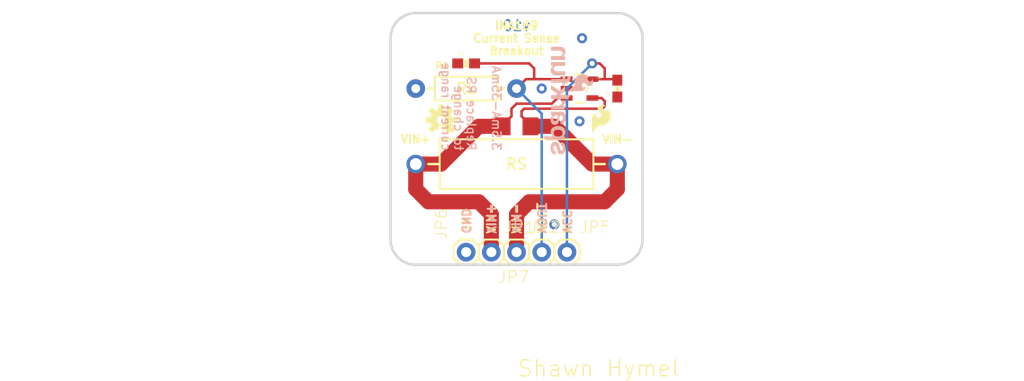
<source format=kicad_pcb>
(kicad_pcb (version 20211014) (generator pcbnew)
  (layers (0 "F.Cu" signal) (31 "B.Cu" signal) (34 "B.Paste" user) (35 "F.Paste" user) (36 "B.SilkS" user "B.Silkscreen") (37 "F.SilkS" user "F.Silkscreen") (38 "B.Mask" user) (39 "F.Mask" user) (44 "Edge.Cuts" user))
  (net 0 "")
  (net 1 "VIN+")
  (net 2 "VIN-")
  (net 3 "VOUT")
  (net 4 "GND")
  (net 5 "VCC")
  (footprint "boardEagle:CREATIVE_COMMONS" (layer "F.Cu") (at 116.7511 129.1336)
    (fp_text reference "FRAME1" hide)
    (fp_text value "FRAME-LETTER" hide)
  )
  (footprint "boardEagle:0603-RES" (layer "F.Cu") (at 143.4211 97.3836)
    (fp_text reference "R2" (at -0.889 -0.762) (layer "F.SilkS") (effects (font (size 0.373888 0.373888) (thickness 0.032512)) (justify left bottom)))
    (fp_text value "10k")
    (fp_poly (pts (xy -0.2286 0.381) (xy 0.2286 0.381) (xy 0.2286 -0.381) (xy -0.2286 -0.381)) (layer "F.SilkS") (width 0) (fill solid))
    (pad "1" smd rect (at -0.85 0) (size 1.1 1) (layers "F.Cu" "F.Paste" "F.Mask") (net 4 "GND"))
    (pad "2" smd rect (at 0.85 0) (size 1.1 1) (layers "F.Cu" "F.Paste" "F.Mask") (net 3 "VOUT"))
  )
  (footprint "boardEagle:OSHW-LOGO-S" (layer "F.Cu") (at 140.8811 103.0986)
    (fp_text reference "LOGO2" hide)
    (fp_text value "OSHW-LOGOS" hide)
    (fp_poly (pts (xy 0.301647 -1.061351) (xy 0.42347 -1.022344) (xy 0.537177 -0.963769) (xy 0.92862 -1.282946) (xy 1.282946 -0.92862) (xy 0.961035 -0.533823) (xy 1.057046 -0.302084) (xy 1.5638 -0.250561) (xy 1.5638 0.250561) (xy 1.057046 0.302084) (xy 0.961035 0.533823) (xy 1.282946 0.92862) (xy 0.92862 1.282946) (xy 0.537177 0.96377) (xy 0.356601 1.056794) (xy 0.088679 0.410073) (xy 0.326262 0.2176) (xy 0.373649 0.121468) (xy 0.392729 0.010339) (xy 0.379464 -0.101634) (xy 0.334947 -0.205229) (xy 0.262842 -0.291918) (xy 0.169087 -0.354561) (xy 0.061406 -0.387999) (xy -0.051342 -0.38948) (xy -0.159868 -0.358881) (xy -0.255234 -0.298724) (xy -0.329589 -0.213962) (xy -0.376813 -0.111569) (xy -0.392176 -0.005767) (xy -0.322923 0.222565) (xy -0.249312 0.303773) (xy 0.091677 0.5081) (xy -0.12929 0.5081) (xy -0.355332 1.053732) (xy -0.506597 0.983577) (xy -0.538922 0.965192) (xy -0.92862 1.282946) (xy -1.282946 0.92862) (xy -0.961035 0.533823) (xy -1.057046 0.302084) (xy -1.5638 0.250561) (xy -1.5638 -0.250561) (xy -1.057046 -0.302084) (xy -0.961035 -0.533823) (xy -1.282946 -0.92862) (xy -0.92862 -1.282946) (xy -0.533823 -0.961035) (xy -0.302084 -1.057046) (xy -0.250561 -1.5638) (xy 0.250561 -1.5638)) (layer "F.SilkS") (width 0) (fill solid))
  )
  (footprint "boardEagle:1X01" (layer "F.Cu") (at 148.5011 116.4336)
    (fp_text reference "JP2" (at 1.1938 -1.8288) (layer "F.SilkS") (effects (font (size 1.1684 1.1684) (thickness 0.1016)) (justify left bottom)))
    (fp_text value "M01PTH")
    (fp_line (start -0.635 1.27) (end 0.635 1.27) (layer "F.SilkS") (width 0.2032))
    (fp_line (start -1.27 0.635) (end -0.635 1.27) (layer "F.SilkS") (width 0.2032))
    (fp_line (start 1.27 -0.635) (end 0.635 -1.27) (layer "F.SilkS") (width 0.2032))
    (fp_line (start -1.27 -0.635) (end -1.27 0.635) (layer "F.SilkS") (width 0.2032))
    (fp_line (start 0.635 -1.27) (end -0.635 -1.27) (layer "F.SilkS") (width 0.2032))
    (fp_line (start 0.635 1.27) (end 1.27 0.635) (layer "F.SilkS") (width 0.2032))
    (fp_line (start -0.635 -1.27) (end -1.27 -0.635) (layer "F.SilkS") (width 0.2032))
    (fp_line (start 1.27 0.635) (end 1.27 -0.635) (layer "F.SilkS") (width 0.2032))
    (pad "1" thru_hole circle (at 0 0 90) (size 1.8796 1.8796) (drill 1.016) (layers *.Cu *.Mask) (net 2 "VIN-"))
  )
  (footprint "boardEagle:1X01" (layer "F.Cu") (at 143.4211 116.4336 90)
    (fp_text reference "JP6" (at 1.1938 -1.8288 90) (layer "F.SilkS") (effects (font (size 1.1684 1.1684) (thickness 0.1016)) (justify left bottom)))
    (fp_text value "M01PTH")
    (fp_line (start 1.27 0.635) (end 1.27 -0.635) (layer "F.SilkS") (width 0.2032))
    (fp_line (start -0.635 -1.27) (end -1.27 -0.635) (layer "F.SilkS") (width 0.2032))
    (fp_line (start 1.27 -0.635) (end 0.635 -1.27) (layer "F.SilkS") (width 0.2032))
    (fp_line (start -0.635 1.27) (end 0.635 1.27) (layer "F.SilkS") (width 0.2032))
    (fp_line (start -1.27 -0.635) (end -1.27 0.635) (layer "F.SilkS") (width 0.2032))
    (fp_line (start -1.27 0.635) (end -0.635 1.27) (layer "F.SilkS") (width 0.2032))
    (fp_line (start 0.635 -1.27) (end -0.635 -1.27) (layer "F.SilkS") (width 0.2032))
    (fp_line (start 0.635 1.27) (end 1.27 0.635) (layer "F.SilkS") (width 0.2032))
    (pad "1" thru_hole circle (at 0 0 180) (size 1.8796 1.8796) (drill 1.016) (layers *.Cu *.Mask) (net 4 "GND"))
  )
  (footprint "boardEagle:AXIAL-0.8" (layer "F.Cu") (at 148.5011 107.5436)
    (fp_text reference "R3" (at -7.62 -3.175) (layer "F.SilkS") (effects (font (size 0.69088 0.69088) (thickness 0.12192)) (justify left bottom)))
    (fp_text value "" (at -5.969 0.381) (layer "F.SilkS") (effects (font (size 0.69088 0.69088) (thickness 0.12192)) (justify left bottom)))
    (fp_line (start -7.75 2.5) (end -7.75 -2.5) (layer "F.SilkS") (width 0.2032))
    (fp_line (start -7.75 -2.5) (end 7.75 -2.5) (layer "F.SilkS") (width 0.2032))
    (fp_line (start 7.75 2.5) (end -7.75 2.5) (layer "F.SilkS") (width 0.2032))
    (fp_line (start 7.75 -2.5) (end 7.75 2.5) (layer "F.SilkS") (width 0.2032))
    (pad "P$1" thru_hole circle (at -10.16 0) (size 1.8796 1.8796) (drill 1.2) (layers *.Cu *.Mask) (net 1 "VIN+"))
    (pad "P$2" thru_hole circle (at 10.16 0) (size 1.8796 1.8796) (drill 1.2) (layers *.Cu *.Mask) (net 2 "VIN-"))
  )
  (footprint "boardEagle:1X01" (layer "F.Cu") (at 145.9611 116.4336)
    (fp_text reference "JP1" (at 1.1938 -1.8288) (layer "F.SilkS") (effects (font (size 1.1684 1.1684) (thickness 0.1016)) (justify left bottom)))
    (fp_text value "M01PTH")
    (fp_line (start 0.635 1.27) (end 1.27 0.635) (layer "F.SilkS") (width 0.2032))
    (fp_line (start 1.27 0.635) (end 1.27 -0.635) (layer "F.SilkS") (width 0.2032))
    (fp_line (start -0.635 1.27) (end 0.635 1.27) (layer "F.SilkS") (width 0.2032))
    (fp_line (start 0.635 -1.27) (end -0.635 -1.27) (layer "F.SilkS") (width 0.2032))
    (fp_line (start -0.635 -1.27) (end -1.27 -0.635) (layer "F.SilkS") (width 0.2032))
    (fp_line (start -1.27 0.635) (end -0.635 1.27) (layer "F.SilkS") (width 0.2032))
    (fp_line (start 1.27 -0.635) (end 0.635 -1.27) (layer "F.SilkS") (width 0.2032))
    (fp_line (start -1.27 -0.635) (end -1.27 0.635) (layer "F.SilkS") (width 0.2032))
    (pad "1" thru_hole circle (at 0 0 90) (size 1.8796 1.8796) (drill 1.016) (layers *.Cu *.Mask) (net 1 "VIN+"))
  )
  (footprint "boardEagle:STAND-OFF" (layer "F.Cu") (at 138.3411 115.1636)
    (fp_text reference "STANDOFF4" hide)
    (fp_text value "STAND-OFF" hide)
    (pad "" np_thru_hole circle (at 0 0) (size 3.302 3.302) (drill 3.302) (layers *.Cu *.Mask))
  )
  (footprint "boardEagle:1X01" (layer "F.Cu") (at 153.5811 116.4336)
    (fp_text reference "JP5" (at 1.1938 -1.8288) (layer "F.SilkS") (effects (font (size 1.1684 1.1684) (thickness 0.1016)) (justify left bottom)))
    (fp_text value "M01PTH")
    (fp_line (start 0.635 -1.27) (end -0.635 -1.27) (layer "F.SilkS") (width 0.2032))
    (fp_line (start 1.27 0.635) (end 1.27 -0.635) (layer "F.SilkS") (width 0.2032))
    (fp_line (start -1.27 -0.635) (end -1.27 0.635) (layer "F.SilkS") (width 0.2032))
    (fp_line (start 0.635 1.27) (end 1.27 0.635) (layer "F.SilkS") (width 0.2032))
    (fp_line (start 1.27 -0.635) (end 0.635 -1.27) (layer "F.SilkS") (width 0.2032))
    (fp_line (start -1.27 0.635) (end -0.635 1.27) (layer "F.SilkS") (width 0.2032))
    (fp_line (start -0.635 1.27) (end 0.635 1.27) (layer "F.SilkS") (width 0.2032))
    (fp_line (start -0.635 -1.27) (end -1.27 -0.635) (layer "F.SilkS") (width 0.2032))
    (pad "1" thru_hole circle (at 0 0 90) (size 1.8796 1.8796) (drill 1.016) (layers *.Cu *.Mask) (net 5 "VCC"))
  )
  (footprint "boardEagle:AXIAL-0.4" (layer "F.Cu") (at 143.4211 99.9236)
    (fp_text reference "R4" (at -3.175 -1.905) (layer "F.SilkS") (effects (font (size 0.69088 0.69088) (thickness 0.12192)) (justify left bottom)))
    (fp_text value "" (at -2.286 0.381) (layer "F.SilkS") (effects (font (size 0.69088 0.69088) (thickness 0.12192)) (justify left bottom)))
    (fp_line (start 3.15 1.2) (end -3.15 1.2) (layer "F.SilkS") (width 0.2032))
    (fp_line (start -3.15 -1.2) (end 3.15 -1.2) (layer "F.SilkS") (width 0.2032))
    (fp_line (start 3.15 -1.2) (end 3.15 1.2) (layer "F.SilkS") (width 0.2032))
    (fp_line (start -3.15 1.2) (end -3.15 -1.2) (layer "F.SilkS") (width 0.2032))
    (pad "P$1" thru_hole circle (at -5.08 0) (size 1.8796 1.8796) (drill 0.9) (layers *.Cu *.Mask) (net 4 "GND"))
    (pad "P$2" thru_hole circle (at 5.08 0) (size 1.8796 1.8796) (drill 0.9) (layers *.Cu *.Mask) (net 3 "VOUT"))
  )
  (footprint "boardEagle:1206" (layer "F.Cu") (at 148.5011 103.7336)
    (fp_text reference "R1" (at -1.27 -1.143) (layer "F.SilkS") (effects (font (size 0.373888 0.373888) (thickness 0.032512)) (justify left bottom)))
    (fp_text value "10")
    (pad "1" smd rect (at -1.4 0) (size 1.6 1.8) (layers "F.Cu" "F.Paste" "F.Mask") (net 1 "VIN+"))
    (pad "2" smd rect (at 1.4 0) (size 1.6 1.8) (layers "F.Cu" "F.Paste" "F.Mask") (net 2 "VIN-"))
  )
  (footprint "boardEagle:SFE-LOGO-FLAME" (layer "F.Cu") (at 156.1211 104.3686)
    (fp_text reference "LOGO3" hide)
    (fp_text value "LOGO-SFESK" hide)
    (fp_poly (pts (xy 1.126002 -2.808203) (xy 1.215449 -2.785829) (xy 1.228477 -2.780783) (xy 1.240149 -2.774875) (xy 1.25686 -2.766576) (xy 1.275552 -2.759834) (xy 1.371694 -2.7026) (xy 1.3793 -2.7026) (xy 1.3793 -2.6772) (xy 1.306833 -2.6772) (xy 1.208418 -2.657914) (xy 1.074855 -2.495286) (xy 1.079365 -2.436825) (xy 1.12809 -2.341869) (xy 1.204666 -2.265196) (xy 1.294069 -2.200638) (xy 1.369348 -2.168824) (xy 1.450737 -2.171632) (xy 1.458864 -2.174186) (xy 1.466257 -2.177389) (xy 1.530514 -2.236956) (xy 1.5368 -2.259812) (xy 1.5368 -2.377938) (xy 1.763707 -2.148127) (xy 1.868186 -1.856841) (xy 1.871603 -1.856894) (xy 1.87806 -1.650435) (xy 1.848857 -1.45742) (xy 1.785308 -1.272842) (xy 1.6663 -1.061578) (xy 1.6663 -1.080581) (xy 1.378131 -0.80901) (xy 0.982239 -0.6985) (xy 0.753005 -0.6985) (xy 0.716201 -0.692046) (xy 0.681776 -0.679592) (xy 0.496322 -0.541784) (xy -0.0126 0.03091) (xy -0.0126 -1.52077) (xy 0.060004 -1.761967) (xy 0.168295 -1.865489) (xy 0.307122 -1.917522) (xy 0.4039 -1.925089) (xy 0.499384 -1.917623) (xy 0.55991 -1.908099) (xy 0.557788 -1.884433) (xy 0.522216 -1.885242) (xy 0.501784 -1.876141) (xy 0.420519 -1.817154) (xy 0.400722 -1.79067) (xy 0.390395 -1.7285) (xy 0.400905 -1.665229) (xy 0.421405 -1.625174) (xy 0.452343 -1.592685) (xy 0.546535 -1.54355) (xy 0.652229 -1.531742) (xy 0.742768 -1.550084) (xy 0.82422 -1.589656) (xy 0.92203 -1.754659) (xy 0.907706 -1.848844) (xy 0.850914 -1.930401) (xy 0.584707 -2.263237) (xy 0.561667 -2.510855) (xy 0.627495 -2.621556) (xy 0.629042 -2.623103) (xy 0.778901 -2.74712) (xy 1.032676 -2.817064)) (layer "F.SilkS") (width 0) (fill solid))
  )
  (footprint "boardEagle:0603-CAP" (layer "F.Cu") (at 158.6611 99.9236 90)
    (fp_text reference "C1" (at -0.889 -0.762 90) (layer "F.SilkS") (effects (font (size 0.373888 0.373888) (thickness 0.032512)) (justify left bottom)))
    (fp_text value "0.1uF")
    (fp_line (start 0 -0.0305) (end 0 0.0305) (layer "F.SilkS") (width 0.5588))
    (pad "1" smd rect (at -0.85 0 90) (size 1.1 1) (layers "F.Cu" "F.Paste" "F.Mask") (net 4 "GND"))
    (pad "2" smd rect (at 0.85 0 90) (size 1.1 1) (layers "F.Cu" "F.Paste" "F.Mask") (net 5 "VCC"))
  )
  (footprint "boardEagle:STAND-OFF" (layer "F.Cu") (at 158.6611 115.1636)
    (fp_text reference "STANDOFF3" hide)
    (fp_text value "STAND-OFF" hide)
    (pad "" np_thru_hole circle (at 0 0) (size 3.302 3.302) (drill 3.302) (layers *.Cu *.Mask))
  )
  (footprint "boardEagle:SOT23-5" (layer "F.Cu") (at 154.8511 99.9236 -90)
    (fp_text reference "U1" (at -0.889 -2.159 -90) (layer "F.SilkS") (effects (font (size 0.373888 0.373888) (thickness 0.032512)) (justify left bottom)))
    (fp_text value "INA169")
    (fp_line (start 1.4224 -0.4294) (end 1.4224 0.4294) (layer "F.SilkS") (width 0.2032))
    (fp_line (start -1.4224 0.4294) (end -1.4224 -0.4294) (layer "F.SilkS") (width 0.2032))
    (fp_line (start -0.2684 -0.8104) (end 0.2684 -0.8104) (layer "F.SilkS") (width 0.2032))
    (pad "1" smd rect (at -0.95 1.3001 270) (size 0.55 1.2) (layers "F.Cu" "F.Paste" "F.Mask") (net 3 "VOUT"))
    (pad "2" smd rect (at 0 1.3001 270) (size 0.55 1.2) (layers "F.Cu" "F.Paste" "F.Mask") (net 4 "GND"))
    (pad "3" smd rect (at 0.95 1.3001 270) (size 0.55 1.2) (layers "F.Cu" "F.Paste" "F.Mask") (net 1 "VIN+"))
    (pad "4" smd rect (at 0.95 -1.3001 270) (size 0.55 1.2) (layers "F.Cu" "F.Paste" "F.Mask") (net 2 "VIN-"))
    (pad "5" smd rect (at -0.95 -1.3001 270) (size 0.55 1.2) (layers "F.Cu" "F.Paste" "F.Mask") (net 5 "VCC"))
  )
  (footprint "boardEagle:STAND-OFF" (layer "F.Cu") (at 138.3411 94.8436)
    (fp_text reference "STANDOFF1" hide)
    (fp_text value "STAND-OFF" hide)
    (pad "" np_thru_hole circle (at 0 0) (size 3.302 3.302) (drill 3.302) (layers *.Cu *.Mask))
  )
  (footprint "boardEagle:STAND-OFF" (layer "F.Cu") (at 158.6611 94.8436)
    (fp_text reference "STANDOFF2" hide)
    (fp_text value "STAND-OFF" hide)
    (pad "" np_thru_hole circle (at 0 0) (size 3.302 3.302) (drill 3.302) (layers *.Cu *.Mask))
  )
  (footprint "boardEagle:1X01" (layer "F.Cu") (at 151.0411 116.4336 180)
    (fp_text reference "JP7" (at 1.1938 -1.8288 180) (layer "F.SilkS") (effects (font (size 1.1684 1.1684) (thickness 0.1016)) (justify right top)))
    (fp_text value "M01PTH")
    (fp_line (start 1.27 -0.635) (end 0.635 -1.27) (layer "F.SilkS") (width 0.2032))
    (fp_line (start -0.635 -1.27) (end -1.27 -0.635) (layer "F.SilkS") (width 0.2032))
    (fp_line (start 0.635 1.27) (end 1.27 0.635) (layer "F.SilkS") (width 0.2032))
    (fp_line (start -1.27 0.635) (end -0.635 1.27) (layer "F.SilkS") (width 0.2032))
    (fp_line (start 0.635 -1.27) (end -0.635 -1.27) (layer "F.SilkS") (width 0.2032))
    (fp_line (start -0.635 1.27) (end 0.635 1.27) (layer "F.SilkS") (width 0.2032))
    (fp_line (start -1.27 -0.635) (end -1.27 0.635) (layer "F.SilkS") (width 0.2032))
    (fp_line (start 1.27 0.635) (end 1.27 -0.635) (layer "F.SilkS") (width 0.2032))
    (pad "1" thru_hole circle (at 0 0 270) (size 1.8796 1.8796) (drill 1.016) (layers *.Cu *.Mask) (net 3 "VOUT"))
  )
  (footprint "boardEagle:SFE_LOGO_NAME_FLAME_.1" (layer "B.Cu") (at 151.0411 107.0356 90)
    (fp_text reference "LOGO1" hide)
    (fp_text value "SFE_LOGO_NAME_FLAME.1_INCH" hide)
    (fp_poly (pts (xy 10.95 2.38) (xy 11.06 2.35) (xy 11.15 2.3) (xy 11.22 2.23) (xy 11.27 2.15) (xy 11.3 2.05) (xy 11.32 1.94) (xy 11.33 1.81) (xy 11.33 0.94) (xy 10.94 0.94) (xy 10.94 1.74) (xy 10.93 1.82) (xy 10.92 1.89) (xy 10.91 1.95) (xy 10.88 2) (xy 10.85 2.04) (xy 10.8 2.07) (xy 10.75 2.08) (xy 10.69 2.09) (xy 10.61 2.08) (xy 10.55 2.07) (xy 10.5 2.04) (xy 10.46 1.99) (xy 10.43 1.94) (xy 10.4 1.87) (xy 10.39 1.78) (xy 10.39 0.94) (xy 10 0.94) (xy 10 2.36) (xy 10.37 2.36) (xy 10.37 2.16) (xy 10.38 2.16) (xy 10.42 2.22) (xy 10.46 2.26) (xy 10.51 2.3) (xy 10.57 2.34) (xy 10.69 2.38) (xy 10.75 2.39) (xy 10.81 2.39)) (layer "B.SilkS") (width 0) (fill solid))
    (fp_poly (pts (xy 4.23 1.58) (xy 4.21 1.57) (xy 4.19 1.57) (xy 4.16 1.56) (xy 4.12 1.56) (xy 4.09 1.55) (xy 4.05 1.55) (xy 4.03 1.54) (xy 4.01 1.54) (xy 3.93 1.75) (xy 4.11 1.77) (xy 4.18 1.78)) (layer "B.SilkS") (width 0) (fill solid))
    (fp_poly (pts (xy 8.37 2.88) (xy 8.37 2.6) (xy 8.2 2.6) (xy 8.16 2.59) (xy 8.12 2.57) (xy 8.1 2.54) (xy 8.09 2.52) (xy 8.09 2.48) (xy 8.08 2.44) (xy 8.08 2.36) (xy 8.35 2.36) (xy 8.35 2.1) (xy 8.08 2.1) (xy 8.08 0.94) (xy 7.7 0.94) (xy 7.7 2.1) (xy 7.31 2.1) (xy 7.35 2.13) (xy 7.51 2.29) (xy 7.55 2.32) (xy 7.58 2.36) (xy 7.7 2.36) (xy 7.7 2.56) (xy 7.73 2.64) (xy 7.76 2.71) (xy 7.81 2.77) (xy 7.88 2.82) (xy 7.96 2.86) (xy 8.06 2.89) (xy 8.35 2.89)) (layer "B.SilkS") (width 0) (fill solid))
    (fp_poly (pts (xy 7.95 5.16) (xy 8.03 5.13) (xy 8.09 5.1) (xy 8.13 5.07) (xy 8.14 5.06) (xy 8.11 5.06) (xy 8.08 5.07) (xy 8.05 5.07) (xy 8.01 5.06) (xy 7.96 5.05) (xy 7.92 5.03) (xy 7.88 5) (xy 7.86 4.97) (xy 7.85 4.94) (xy 7.84 4.92) (xy 7.83 4.89) (xy 7.84 4.86) (xy 7.85 4.82) (xy 7.87 4.79) (xy 7.89 4.75) (xy 7.92 4.72) (xy 7.95 4.7) (xy 7.99 4.67) (xy 8.02 4.65) (xy 8.1 4.61) (xy 8.17 4.61) (xy 8.2 4.62) (xy 8.23 4.64) (xy 8.25 4.7) (xy 8.25 4.78) (xy 8.33 4.74) (xy 8.41 4.65) (xy 8.48 4.53) (xy 8.53 4.39) (xy 8.56 4.23) (xy 8.55 4.05) (xy 8.5 3.87) (xy 8.4 3.69) (xy 8.33 3.6) (xy 8.25 3.52) (xy 8.17 3.45) (xy 8.07 3.39) (xy 7.97 3.35) (xy 7.86 3.32) (xy 7.74 3.3) (xy 7.55 3.3) (xy 7.49 3.29) (xy 7.44 3.26) (xy 7.34 3.18) (xy 7.29 3.12) (xy 7.16 2.99) (xy 7.11 2.92) (xy 7.05 2.86) (xy 7 2.8) (xy 6.95 2.75) (xy 6.92 2.71) (xy 6.89 2.68) (xy 6.87 2.65) (xy 6.86 2.65) (xy 6.86 3.93) (xy 6.88 4.11) (xy 6.9 4.17) (xy 6.93 4.23) (xy 6.96 4.28) (xy 7.01 4.31) (xy 7.05 4.34) (xy 7.15 4.38) (xy 7.21 4.39) (xy 7.29 4.39) (xy 7.33 4.38) (xy 7.35 4.38) (xy 7.37 4.37) (xy 7.36 4.36) (xy 7.32 4.34) (xy 7.29 4.33) (xy 7.25 4.29) (xy 7.23 4.26) (xy 7.22 4.23) (xy 7.22 4.2) (xy 7.23 4.17) (xy 7.25 4.13) (xy 7.28 4.1) (xy 7.31 4.08) (xy 7.36 4.06) (xy 7.41 4.05) (xy 7.49 4.05) (xy 7.57 4.07) (xy 7.63 4.11) (xy 7.67 4.16) (xy 7.69 4.22) (xy 7.69 4.29) (xy 7.66 4.36) (xy 7.59 4.44) (xy 7.51 4.53) (xy 7.44 4.61) (xy 7.39 4.7) (xy 7.37 4.79) (xy 7.37 4.87) (xy 7.4 4.96) (xy 7.45 5.03) (xy 7.54 5.11) (xy 7.65 5.17) (xy 7.76 5.19) (xy 7.86 5.19)) (layer "B.SilkS") (width 0) (fill solid))
    (fp_poly (pts (xy 3.34 1.63) (xy 3.33 1.49) (xy 3.3 1.36) (xy 3.25 1.24) (xy 2.91 1.4) (xy 2.94 1.48) (xy 2.95 1.56) (xy 2.95 1.64)) (layer "B.SilkS") (width 0) (fill solid))
    (fp_poly (pts (xy 4.32 2.38) (xy 4.38 2.38) (xy 4.43 2.37) (xy 4.48 2.35) (xy 4.53 2.34) (xy 4.58 2.32) (xy 4.7 2.23) (xy 4.73 2.19) (xy 4.75 2.15) (xy 4.77 2.1) (xy 4.78 2.05) (xy 4.78 1.18) (xy 4.79 1.16) (xy 4.79 1.07) (xy 4.8 1.05) (xy 4.8 1.03) (xy 4.81 1.01) (xy 4.81 0.98) (xy 4.82 0.96) (xy 4.83 0.95) (xy 4.83 0.94) (xy 4.44 0.94) (xy 4.44 0.95) (xy 4.43 0.96) (xy 4.43 0.97) (xy 4.42 0.98) (xy 4.42 1.01) (xy 4.41 1.02) (xy 4.41 1.08) (xy 4.39 1.05) (xy 4.36 1.03) (xy 4.34 1.01) (xy 4.31 0.99) (xy 4.28 0.98) (xy 4.25 0.96) (xy 4.13 0.92) (xy 4.1 0.92) (xy 4.07 0.91) (xy 4.03 0.91) (xy 4 0.9) (xy 3.89 0.9) (xy 3.84 0.91) (xy 3.79 0.91) (xy 3.75 0.92) (xy 3.7 0.94) (xy 3.66 0.96) (xy 3.63 0.98) (xy 3.59 1) (xy 3.56 1.03) (xy 3.54 1.06) (xy 3.51 1.1) (xy 3.49 1.13) (xy 3.48 1.18) (xy 3.46 1.22) (xy 3.46 1.27) (xy 3.45 1.32) (xy 3.47 1.43) (xy 3.5 1.52) (xy 3.54 1.59) (xy 3.61 1.65) (xy 3.68 1.69) (xy 3.76 1.72) (xy 3.84 1.74) (xy 3.93 1.75) (xy 4.01 1.54) (xy 3.98 1.53) (xy 3.96 1.52) (xy 3.95 1.51) (xy 3.91 1.49) (xy 3.9 1.48) (xy 3.88 1.47) (xy 3.85 1.41) (xy 3.85 1.39) (xy 3.84 1.37) (xy 3.84 1.32) (xy 3.85 1.29) (xy 3.85 1.27) (xy 3.86 1.25) (xy 3.87 1.24) (xy 3.88 1.22) (xy 3.9 1.21) (xy 3.91 1.2) (xy 3.95 1.18) (xy 3.97 1.18) (xy 3.99 1.17) (xy 4.01 1.17) (xy 4.03 1.16) (xy 4.08 1.16) (xy 4.13 1.17) (xy 4.18 1.17) (xy 4.22 1.19) (xy 4.26 1.2) (xy 4.29 1.22) (xy 4.31 1.24) (xy 4.33 1.27) (xy 4.35 1.29) (xy 4.37 1.35) (xy 4.38 1.37) (xy 4.39 1.4) (xy 4.39 1.63) (xy 4.37 1.61) (xy 4.35 1.61) (xy 4.31 1.59) (xy 4.29 1.59) (xy 4.27 1.58) (xy 4.23 1.58) (xy 4.18 1.78) (xy 4.25 1.8) (xy 4.31 1.82) (xy 4.36 1.85) (xy 4.39 1.89) (xy 4.39 2) (xy 4.36 2.06) (xy 4.35 2.07) (xy 4.34 2.09) (xy 4.28 2.12) (xy 4.26 2.12) (xy 4.24 2.13) (xy 4.06 2.13) (xy 3.96 2.08) (xy 3.92 2.04) (xy 3.91 2.02) (xy 3.9 1.99) (xy 3.89 1.97) (xy 3.89 1.92) (xy 3.5 1.92) (xy 3.52 2.04) (xy 3.54 2.1) (xy 3.57 2.14) (xy 3.6 2.19) (xy 3.63 2.23) (xy 3.67 2.26) (xy 3.77 2.32) (xy 3.82 2.34) (xy 3.87 2.35) (xy 3.93 2.37) (xy 3.99 2.38) (xy 4.04 2.39) (xy 4.27 2.39)) (layer "B.SilkS") (width 0) (fill solid))
    (fp_poly (pts (xy 6.45 1.85) (xy 6.94 2.36) (xy 7.4 2.36) (xy 6.87 1.84) (xy 7.46 0.94) (xy 6.99 0.94) (xy 6.6 1.57) (xy 6.45 1.43) (xy 6.45 0.94) (xy 6.06 0.94) (xy 6.06 2.68) (xy 6.45 2.89)) (layer "B.SilkS") (width 0) (fill solid))
    (fp_poly (pts (xy 2.85 2.38) (xy 2.99 2.33) (xy 3.1 2.26) (xy 3.19 2.16) (xy 3.26 2.05) (xy 3.3 1.92) (xy 3.33 1.78) (xy 3.34 1.63) (xy 2.95 1.64) (xy 2.95 1.73) (xy 2.94 1.81) (xy 2.91 1.89) (xy 2.88 1.96) (xy 2.83 2.02) (xy 2.77 2.06) (xy 2.7 2.09) (xy 2.61 2.1) (xy 2.53 2.09) (xy 2.45 2.06) (xy 2.4 2.02) (xy 2.35 1.96) (xy 2.32 1.89) (xy 2.29 1.81) (xy 2.28 1.73) (xy 2.28 1.56) (xy 2.32 1.4) (xy 2.35 1.33) (xy 2.4 1.28) (xy 2.46 1.23) (xy 2.53 1.21) (xy 2.62 1.2) (xy 2.7 1.21) (xy 2.78 1.23) (xy 2.84 1.28) (xy 2.88 1.33) (xy 2.91 1.4) (xy 3.25 1.24) (xy 3.19 1.13) (xy 3.1 1.04) (xy 2.99 0.96) (xy 2.87 0.92) (xy 2.72 0.9) (xy 2.54 0.93) (xy 2.48 0.96) (xy 2.38 1.02) (xy 2.3 1.12) (xy 2.29 1.12) (xy 2.29 0.1) (xy 2.2 0.19) (xy 2.05 0.31) (xy 1.96 0.4) (xy 1.91 0.44) (xy 1.91 2.29) (xy 1.95 2.3) (xy 2 2.31) (xy 2.05 2.31) (xy 2.09 2.32) (xy 2.14 2.33) (xy 2.18 2.34) (xy 2.28 2.36) (xy 2.28 2.18) (xy 2.32 2.23) (xy 2.36 2.27) (xy 2.41 2.31) (xy 2.51 2.37) (xy 2.63 2.39) (xy 2.7 2.39)) (layer "B.SilkS") (width 0) (fill solid))
    (fp_poly (pts (xy 5.9 2.38) (xy 5.91 2.38) (xy 5.91 2.02) (xy 5.9 2.02) (xy 5.88 2.03) (xy 5.77 2.03) (xy 5.67 2.02) (xy 5.59 2) (xy 5.52 1.96) (xy 5.47 1.9) (xy 5.43 1.83) (xy 5.41 1.76) (xy 5.39 1.67) (xy 5.39 0.94) (xy 5 0.94) (xy 5 2.29) (xy 5.05 2.3) (xy 5.09 2.31) (xy 5.14 2.31) (xy 5.19 2.32) (xy 5.23 2.33) (xy 5.33 2.35) (xy 5.37 2.36) (xy 5.37 2.09) (xy 5.41 2.16) (xy 5.45 2.21) (xy 5.5 2.27) (xy 5.55 2.31) (xy 5.62 2.35) (xy 5.68 2.37) (xy 5.75 2.39) (xy 5.89 2.39)) (layer "B.SilkS") (width 0) (fill solid))
    (fp_poly (pts (xy 8.85 1.56) (xy 8.87 1.4) (xy 8.88 1.34) (xy 8.94 1.26) (xy 8.99 1.23) (xy 9.04 1.22) (xy 9.1 1.21) (xy 9.18 1.22) (xy 9.24 1.23) (xy 9.29 1.26) (xy 9.33 1.3) (xy 9.36 1.36) (xy 9.39 1.43) (xy 9.4 1.51) (xy 9.4 2.36) (xy 9.79 2.36) (xy 9.79 0.94) (xy 9.42 0.94) (xy 9.42 1.14) (xy 9.41 1.14) (xy 9.37 1.08) (xy 9.33 1.03) (xy 9.28 0.99) (xy 9.22 0.96) (xy 9.17 0.94) (xy 9.11 0.92) (xy 9.04 0.91) (xy 8.98 0.9) (xy 8.84 0.91) (xy 8.73 0.95) (xy 8.64 1) (xy 8.57 1.06) (xy 8.52 1.15) (xy 8.49 1.25) (xy 8.47 1.36) (xy 8.47 2.36) (xy 8.85 2.36)) (layer "B.SilkS") (width 0) (fill solid))
    (fp_poly (pts (xy 1.31 2.37) (xy 1.41 2.34) (xy 1.5 2.3) (xy 1.58 2.24) (xy 1.64 2.16) (xy 1.69 2.06) (xy 1.71 1.94) (xy 1.34 1.94) (xy 1.33 1.99) (xy 1.31 2.04) (xy 1.29 2.07) (xy 1.26 2.09) (xy 1.22 2.11) (xy 1.17 2.13) (xy 1 2.13) (xy 0.97 2.12) (xy 0.93 2.11) (xy 0.9 2.1) (xy 0.86 2.04) (xy 0.86 2) (xy 0.87 1.96) (xy 0.9 1.92) (xy 0.94 1.89) (xy 1 1.86) (xy 1.06 1.84) (xy 1.14 1.83) (xy 1.38 1.77) (xy 1.47 1.75) (xy 1.61 1.67) (xy 1.67 1.62) (xy 1.71 1.56) (xy 1.74 1.49) (xy 1.75 1.4) (xy 1.73 1.27) (xy 1.69 1.16) (xy 1.63 1.08) (xy 1.55 1.01) (xy 1.45 0.96) (xy 1.34 0.93) (xy 1.22 0.91) (xy 1.1 0.9) (xy 0.98 0.91) (xy 0.86 0.93) (xy 0.75 0.96) (xy 0.65 1.01) (xy 0.57 1.08) (xy 0.5 1.17) (xy 0.46 1.27) (xy 0.44 1.4) (xy 0.81 1.4) (xy 0.81 1.34) (xy 0.83 1.29) (xy 0.86 1.25) (xy 0.94 1.19) (xy 1 1.18) (xy 1.05 1.17) (xy 1.11 1.16) (xy 1.15 1.17) (xy 1.19 1.17) (xy 1.23 1.18) (xy 1.27 1.2) (xy 1.31 1.23) (xy 1.34 1.26) (xy 1.36 1.34) (xy 1.35 1.38) (xy 1.33 1.42) (xy 1.29 1.45) (xy 1.24 1.48) (xy 1.18 1.5) (xy 1.02 1.54) (xy 0.92 1.56) (xy 0.83 1.58) (xy 0.75 1.61) (xy 0.68 1.64) (xy 0.61 1.68) (xy 0.55 1.72) (xy 0.51 1.78) (xy 0.48 1.85) (xy 0.47 1.94) (xy 0.48 2.06) (xy 0.52 2.16) (xy 0.59 2.24) (xy 0.66 2.3) (xy 0.76 2.35) (xy 0.86 2.37) (xy 0.97 2.39) (xy 1.2 2.39)) (layer "B.SilkS") (width 0) (fill solid))
  )
  (gr_line (start 139.6111 107.5436) (end 140.7033 107.5436) (layer "F.SilkS") (width 0.254))
  (gr_line (start 157.3911 107.5436) (end 156.2989 107.5436) (layer "F.SilkS") (width 0.254))
  (gr_line (start 147.2311 99.9236) (end 146.6215 99.9236) (layer "F.SilkS") (width 0.254))
  (gr_line (start 139.6111 99.9236) (end 140.2207 99.9236) (layer "F.SilkS") (width 0.254))
  (gr_arc (start 138.3411 117.7036) (mid 136.545049 116.959651) (end 135.8011 115.1636) (layer "Edge.Cuts") (width 0.254))
  (gr_line (start 161.2011 115.1636) (end 161.2011 94.8436) (layer "Edge.Cuts") (width 0.254))
  (gr_line (start 158.6611 92.3036) (end 138.3411 92.3036) (layer "Edge.Cuts") (width 0.254))
  (gr_arc (start 161.2011 115.1636) (mid 160.457151 116.959651) (end 158.6611 117.7036) (layer "Edge.Cuts") (width 0.254))
  (gr_arc (start 158.6611 92.3036) (mid 160.457151 93.047549) (end 161.2011 94.8436) (layer "Edge.Cuts") (width 0.254))
  (gr_line (start 135.8011 94.8436) (end 135.8011 115.1636) (layer "Edge.Cuts") (width 0.254))
  (gr_arc (start 135.8011 94.8436) (mid 136.545049 93.047549) (end 138.3411 92.3036) (layer "Edge.Cuts") (width 0.254))
  (gr_line (start 138.3411 117.7036) (end 158.6611 117.7036) (layer "Edge.Cuts") (width 0.254))
  (gr_text "v10" (at 148.5011 93.5736) (layer "B.Cu") (effects (font (size 1.03632 1.03632) (thickness 0.18288)) (justify mirror)))
  (gr_text "current range" (at 140.8811 106.2736 -90) (layer "B.SilkS") (effects (font (size 0.8636 0.8636) (thickness 0.1524)) (justify left bottom mirror)))
  (gr_text "GND" (at 143.4211 114.6556 -90) (layer "B.SilkS") (effects (font (size 0.82296 0.82296) (thickness 0.19304)) (justify left mirror)))
  (gr_text "VIN-" (at 148.5011 114.6556 -90) (layer "B.SilkS") (effects (font (size 0.82296 0.82296) (thickness 0.19304)) (justify left mirror)))
  (gr_text "VIN+" (at 145.9611 114.6556 -90) (layer "B.SilkS") (effects (font (size 0.82296 0.82296) (thickness 0.19304)) (justify left mirror)))
  (gr_text "VCC" (at 153.5811 114.6556 -90) (layer "B.SilkS") (effects (font (size 0.82296 0.82296) (thickness 0.19304)) (justify left mirror)))
  (gr_text "Replace RS" (at 143.4211 106.2736 -90) (layer "B.SilkS") (effects (font (size 0.8636 0.8636) (thickness 0.1524)) (justify left bottom mirror)))
  (gr_text "3.5mA-35mA" (at 145.9611 106.2736 -90) (layer "B.SilkS") (effects (font (size 0.8636 0.8636) (thickness 0.1524)) (justify left bottom mirror)))
  (gr_text "VOUT" (at 151.0411 114.6556 -90) (layer "B.SilkS") (effects (font (size 0.82296 0.82296) (thickness 0.19304)) (justify left mirror)))
  (gr_text "to change" (at 142.1511 106.2736 -90) (layer "B.SilkS") (effects (font (size 0.8636 0.8636) (thickness 0.1524)) (justify left bottom mirror)))
  (gr_text "VIN+" (at 145.9611 114.6556 90) (layer "F.SilkS") (effects (font (size 0.82296 0.82296) (thickness 0.19304)) (justify left)))
  (gr_text "VIN-" (at 148.5011 114.6556 90) (layer "F.SilkS") (effects (font (size 0.82296 0.82296) (thickness 0.19304)) (justify left)))
  (gr_text "Shawn Hymel" (at 148.5011 129.1336) (layer "F.SilkS") (effects (font (size 1.63576 1.63576) (thickness 0.14224)) (justify left bottom)))
  (gr_text "RS" (at 148.5011 107.5436) (layer "F.SilkS") (effects (font (size 1.0795 1.0795) (thickness 0.1905))))
  (gr_text "VOUT" (at 151.0411 114.6556 90) (layer "F.SilkS") (effects (font (size 0.82296 0.82296) (thickness 0.19304)) (justify left)))
  (gr_text "INA169" (at 148.5011 93.5736) (layer "F.SilkS") (effects (font (size 0.82296 0.82296) (thickness 0.19304))))
  (gr_text "Current Sense" (at 148.5011 94.8436) (layer "F.SilkS") (effects (font (size 0.82296 0.82296) (thickness 0.19304))))
  (gr_text "VIN-" (at 158.6611 105.5116) (layer "F.SilkS") (effects (font (size 0.82296 0.82296) (thickness 0.19304)) (justify bottom)))
  (gr_text "RL" (at 143.4211 99.9236) (layer "F.SilkS") (effects (font (size 1.0795 1.0795) (thickness 0.1905))))
  (gr_text "VIN+" (at 138.3411 105.5116) (layer "F.SilkS") (effects (font (size 0.82296 0.82296) (thickness 0.19304)) (justify bottom)))
  (gr_text "VCC" (at 153.5811 114.6556 90) (layer "F.SilkS") (effects (font (size 0.82296 0.82296) (thickness 0.19304)) (justify left)))
  (gr_text "Breakout" (at 148.5011 96.1136) (layer "F.SilkS") (effects (font (size 0.82296 0.82296) (thickness 0.19304))))
  (gr_text "GND" (at 143.4211 114.6556 90) (layer "F.SilkS") (effects (font (size 0.82296 0.82296) (thickness 0.19304)) (justify left)))
  (segment (start 144.6911 111.3536) (end 139.6111 111.3536) (width 1.524) (layer "F.Cu") (net 1))
  (segment (start 148.5011 101.4476) (end 152.0571 101.4476) (width 0.254) (layer "F.Cu") (net 1))
  (segment (start 147.1011 103.7336) (end 147.1011 103.6096) (width 0.254) (layer "F.Cu") (net 1))
  (segment (start 146.7231 103.7336) (end 147.1011 103.7336) (width 0.254) (layer "F.Cu") (net 1))
  (segment (start 147.9931 102.7176) (end 147.9931 101.9556) (width 0.254) (layer "F.Cu") (net 1))
  (segment (start 147.1011 103.6096) (end 147.9931 102.7176) (width 0.254) (layer "F.Cu") (net 1))
  (segment (start 152.6311 100.8736) (end 152.0571 101.4476) (width 0.254) (layer "F.Cu") (net 1))
  (segment (start 145.9611 116.4336) (end 145.9611 112.6236) (width 1.524) (layer "F.Cu") (net 1))
  (segment (start 153.551 100.8736) (end 152.6311 100.8736) (width 0.254) (layer "F.Cu") (net 1))
  (segment (start 145.9611 112.6236) (end 144.6911 111.3536) (width 1.524) (layer "F.Cu") (net 1))
  (segment (start 140.8811 107.5436) (end 144.6911 103.7336) (width 1.524) (layer "F.Cu") (net 1))
  (segment (start 147.9931 101.9556) (end 148.5011 101.4476) (width 0.254) (layer "F.Cu") (net 1))
  (segment (start 138.3411 110.0836) (end 138.3411 107.5436) (width 1.524) (layer "F.Cu") (net 1))
  (segment (start 139.6111 111.3536) (end 138.3411 110.0836) (width 1.524) (layer "F.Cu") (net 1))
  (segment (start 138.3411 107.5436) (end 140.8811 107.5436) (width 1.524) (layer "F.Cu") (net 1))
  (segment (start 144.6911 103.7336) (end 146.7231 103.7336) (width 1.524) (layer "F.Cu") (net 1))
  (segment (start 157.0711 100.8736) (end 157.3911 101.1936) (width 0.254) (layer "F.Cu") (net 2))
  (segment (start 149.9011 103.6096) (end 149.0091 102.7176) (width 0.254) (layer "F.Cu") (net 2))
  (segment (start 157.3911 111.3536) (end 158.6611 110.0836) (width 1.524) (layer "F.Cu") (net 2))
  (segment (start 149.0091 102.7176) (end 149.0091 102.2096) (width 0.254) (layer "F.Cu") (net 2))
  (segment (start 149.0091 102.2096) (end 149.2631 101.9556) (width 0.254) (layer "F.Cu") (net 2))
  (segment (start 152.3111 103.7336) (end 149.9011 103.7336) (width 1.524) (layer "F.Cu") (net 2))
  (segment (start 158.6611 107.5436) (end 156.1211 107.5436) (width 1.524) (layer "F.Cu") (net 2))
  (segment (start 156.1211 107.5436) (end 152.3111 103.7336) (width 1.524) (layer "F.Cu") (net 2))
  (segment (start 157.1371 101.9556) (end 157.3911 101.7016) (width 0.254) (layer "F.Cu") (net 2))
  (segment (start 156.1512 100.8736) (end 157.0711 100.8736) (width 0.254) (layer "F.Cu") (net 2))
  (segment (start 148.5011 112.6236) (end 149.7711 111.3536) (width 1.524) (layer "F.Cu") (net 2))
  (segment (start 158.6611 110.0836) (end 158.6611 107.5436) (width 1.524) (layer "F.Cu") (net 2))
  (segment (start 148.5011 116.4336) (end 148.5011 112.6236) (width 1.524) (layer "F.Cu") (net 2))
  (segment (start 157.3911 101.1936) (end 157.3911 101.7016) (width 0.254) (layer "F.Cu") (net 2))
  (segment (start 149.2631 101.9556) (end 157.1371 101.9556) (width 0.254) (layer "F.Cu") (net 2))
  (segment (start 149.9011 103.7336) (end 149.9011 103.6096) (width 0.254) (layer "F.Cu") (net 2))
  (segment (start 149.7711 111.3536) (end 157.3911 111.3536) (width 1.524) (layer "F.Cu") (net 2))
  (segment (start 149.7711 97.3836) (end 150.2791 97.8916) (width 0.254) (layer "F.Cu") (net 3))
  (segment (start 144.2711 97.3836) (end 149.7711 97.3836) (width 0.254) (layer "F.Cu") (net 3))
  (segment (start 153.551 98.9736) (end 150.2791 98.9736) (width 0.254) (layer "F.Cu") (net 3))
  (segment (start 150.2791 98.9736) (end 149.4511 98.9736) (width 0.254) (layer "F.Cu") (net 3))
  (segment (start 150.2791 97.8916) (end 150.2791 98.9736) (width 0.254) (layer "F.Cu") (net 3))
  (segment (start 149.4511 98.9736) (end 148.5011 99.9236) (width 0.254) (layer "F.Cu") (net 3))
  (segment (start 151.0411 116.4336) (end 151.0411 102.4636) (width 0.254) (layer "B.Cu") (net 3))
  (segment (start 151.0411 102.4636) (end 148.5011 99.9236) (width 0.254) (layer "B.Cu") (net 3))
  (via (at 152.3111 113.6396) (size 1.016) (drill 0.508) (layers "F.Cu" "B.Cu") (net 4))
  (via (at 151.0411 99.9236) (size 1.016) (drill 0.508) (layers "F.Cu" "B.Cu") (net 4))
  (via (at 154.8511 103.2256) (size 1.016) (drill 0.508) (layers "F.Cu" "B.Cu") (net 4))
  (via (at 155.1051 94.8436) (size 1.016) (drill 0.508) (layers "F.Cu" "B.Cu") (net 4))
  (segment (start 157.3911 97.8916) (end 157.3911 98.9736) (width 0.254) (layer "F.Cu") (net 5))
  (segment (start 158.5611 98.9736) (end 158.6611 99.0736) (width 0.254) (layer "F.Cu") (net 5))
  (segment (start 156.1512 98.9736) (end 157.3911 98.9736) (width 0.254) (layer "F.Cu") (net 5))
  (segment (start 156.1211 97.3836) (end 156.8831 97.3836) (width 0.254) (layer "F.Cu") (net 5))
  (segment (start 157.3911 98.9736) (end 158.5611 98.9736) (width 0.254) (layer "F.Cu") (net 5))
  (segment (start 156.8831 97.3836) (end 157.3911 97.8916) (width 0.254) (layer "F.Cu") (net 5))
  (via (at 156.1211 97.3836) (size 1.016) (drill 0.508) (layers "F.Cu" "B.Cu") (net 5))
  (segment (start 153.5811 99.9236) (end 156.1211 97.3836) (width 0.254) (layer "B.Cu") (net 5))
  (segment (start 153.5811 116.4336) (end 153.5811 99.9236) (width 0.254) (layer "B.Cu") (net 5))
)
</source>
